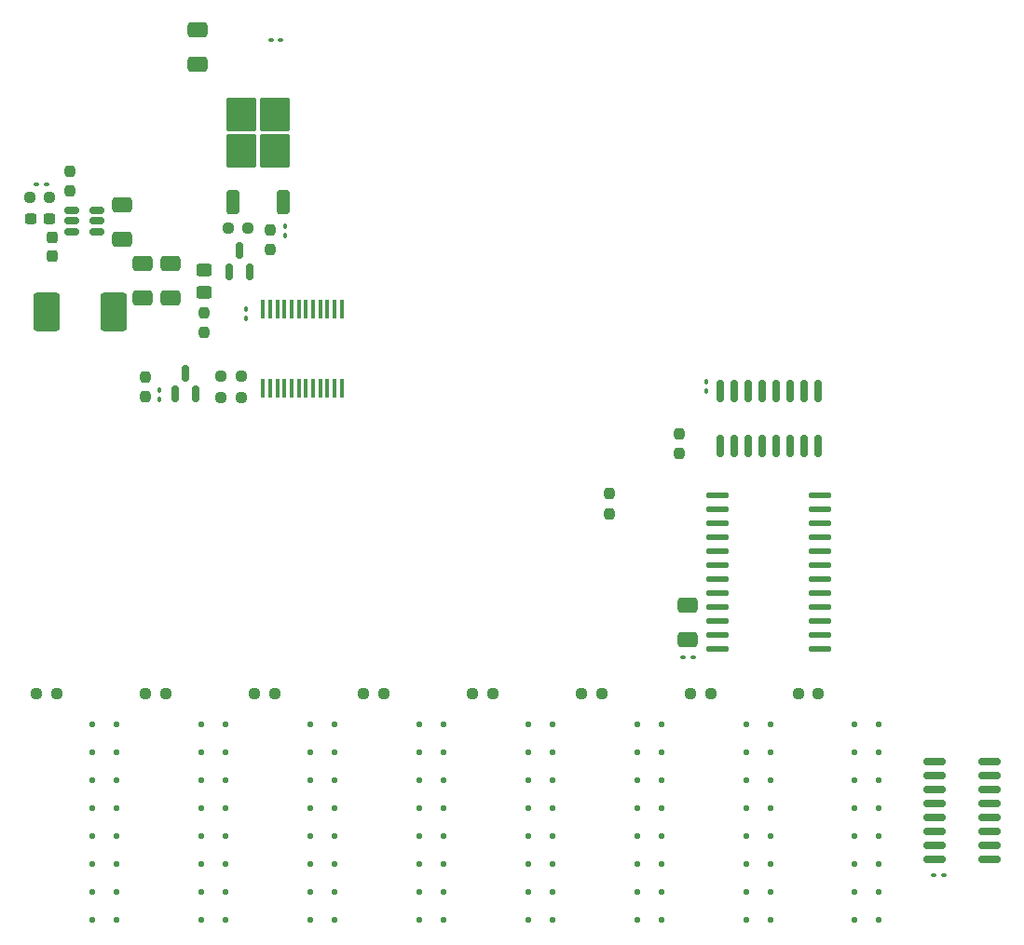
<source format=gtp>
%TF.GenerationSoftware,KiCad,Pcbnew,8.0.8*%
%TF.CreationDate,2025-03-14T22:40:07-03:00*%
%TF.ProjectId,pi_controller,70695f63-6f6e-4747-926f-6c6c65722e6b,1.0*%
%TF.SameCoordinates,Original*%
%TF.FileFunction,Paste,Top*%
%TF.FilePolarity,Positive*%
%FSLAX46Y46*%
G04 Gerber Fmt 4.6, Leading zero omitted, Abs format (unit mm)*
G04 Created by KiCad (PCBNEW 8.0.8) date 2025-03-14 22:40:07*
%MOMM*%
%LPD*%
G01*
G04 APERTURE LIST*
G04 Aperture macros list*
%AMRoundRect*
0 Rectangle with rounded corners*
0 $1 Rounding radius*
0 $2 $3 $4 $5 $6 $7 $8 $9 X,Y pos of 4 corners*
0 Add a 4 corners polygon primitive as box body*
4,1,4,$2,$3,$4,$5,$6,$7,$8,$9,$2,$3,0*
0 Add four circle primitives for the rounded corners*
1,1,$1+$1,$2,$3*
1,1,$1+$1,$4,$5*
1,1,$1+$1,$6,$7*
1,1,$1+$1,$8,$9*
0 Add four rect primitives between the rounded corners*
20,1,$1+$1,$2,$3,$4,$5,0*
20,1,$1+$1,$4,$5,$6,$7,0*
20,1,$1+$1,$6,$7,$8,$9,0*
20,1,$1+$1,$8,$9,$2,$3,0*%
G04 Aperture macros list end*
%ADD10RoundRect,0.250000X0.650000X-0.412500X0.650000X0.412500X-0.650000X0.412500X-0.650000X-0.412500X0*%
%ADD11RoundRect,0.237500X0.250000X0.237500X-0.250000X0.237500X-0.250000X-0.237500X0.250000X-0.237500X0*%
%ADD12RoundRect,0.250000X-0.650000X0.412500X-0.650000X-0.412500X0.650000X-0.412500X0.650000X0.412500X0*%
%ADD13RoundRect,0.125000X0.125000X0.125000X-0.125000X0.125000X-0.125000X-0.125000X0.125000X-0.125000X0*%
%ADD14RoundRect,0.237500X-0.237500X0.250000X-0.237500X-0.250000X0.237500X-0.250000X0.237500X0.250000X0*%
%ADD15RoundRect,0.250000X-0.925000X-1.500000X0.925000X-1.500000X0.925000X1.500000X-0.925000X1.500000X0*%
%ADD16RoundRect,0.090000X-0.090000X0.139000X-0.090000X-0.139000X0.090000X-0.139000X0.090000X0.139000X0*%
%ADD17RoundRect,0.090000X0.090000X-0.139000X0.090000X0.139000X-0.090000X0.139000X-0.090000X-0.139000X0*%
%ADD18RoundRect,0.150000X0.512500X0.150000X-0.512500X0.150000X-0.512500X-0.150000X0.512500X-0.150000X0*%
%ADD19RoundRect,0.150000X0.150000X-0.825000X0.150000X0.825000X-0.150000X0.825000X-0.150000X-0.825000X0*%
%ADD20RoundRect,0.090000X-0.139000X-0.090000X0.139000X-0.090000X0.139000X0.090000X-0.139000X0.090000X0*%
%ADD21RoundRect,0.250000X0.350000X-0.850000X0.350000X0.850000X-0.350000X0.850000X-0.350000X-0.850000X0*%
%ADD22RoundRect,0.250000X1.125000X-1.275000X1.125000X1.275000X-1.125000X1.275000X-1.125000X-1.275000X0*%
%ADD23RoundRect,0.237500X0.237500X-0.250000X0.237500X0.250000X-0.237500X0.250000X-0.237500X-0.250000X0*%
%ADD24RoundRect,0.250000X-0.450000X0.325000X-0.450000X-0.325000X0.450000X-0.325000X0.450000X0.325000X0*%
%ADD25R,0.450000X1.750000*%
%ADD26RoundRect,0.150000X0.150000X-0.587500X0.150000X0.587500X-0.150000X0.587500X-0.150000X-0.587500X0*%
%ADD27RoundRect,0.137500X-0.862500X-0.137500X0.862500X-0.137500X0.862500X0.137500X-0.862500X0.137500X0*%
%ADD28RoundRect,0.237500X-0.250000X-0.237500X0.250000X-0.237500X0.250000X0.237500X-0.250000X0.237500X0*%
%ADD29RoundRect,0.237500X-0.300000X-0.237500X0.300000X-0.237500X0.300000X0.237500X-0.300000X0.237500X0*%
%ADD30RoundRect,0.237500X-0.237500X0.300000X-0.237500X-0.300000X0.237500X-0.300000X0.237500X0.300000X0*%
%ADD31RoundRect,0.150000X0.825000X0.150000X-0.825000X0.150000X-0.825000X-0.150000X0.825000X-0.150000X0*%
%ADD32RoundRect,0.090000X0.139000X0.090000X-0.139000X0.090000X-0.139000X-0.090000X0.139000X-0.090000X0*%
G04 APERTURE END LIST*
D10*
%TO.C,C15*%
X106045000Y-62903500D03*
X106045000Y-59778500D03*
%TD*%
%TO.C,C10*%
X150622000Y-115227500D03*
X150622000Y-112102500D03*
%TD*%
D11*
%TO.C,R9*%
X93265000Y-120142000D03*
X91440000Y-120142000D03*
%TD*%
D12*
%TO.C,C2*%
X103639244Y-81072946D03*
X103639244Y-84197946D03*
%TD*%
D13*
%TO.C,D42*%
X148245000Y-133096000D03*
X146045000Y-133096000D03*
%TD*%
%TO.C,D23*%
X128438000Y-130540210D03*
X126238000Y-130540210D03*
%TD*%
D11*
%TO.C,R10*%
X113077000Y-120142000D03*
X111252000Y-120142000D03*
%TD*%
D13*
%TO.C,D58*%
X98715000Y-140716000D03*
X96515000Y-140716000D03*
%TD*%
%TO.C,D31*%
X128438000Y-138160210D03*
X126238000Y-138160210D03*
%TD*%
%TO.C,D59*%
X108626000Y-140716000D03*
X106426000Y-140716000D03*
%TD*%
D11*
%TO.C,R12*%
X122983000Y-120126210D03*
X121158000Y-120126210D03*
%TD*%
D14*
%TO.C,R4*%
X106680000Y-85515500D03*
X106680000Y-87340500D03*
%TD*%
D11*
%TO.C,R5*%
X110029000Y-91313000D03*
X108204000Y-91313000D03*
%TD*%
D13*
%TO.C,D10*%
X108626000Y-133096000D03*
X106426000Y-133096000D03*
%TD*%
%TO.C,D35*%
X118527000Y-122936000D03*
X116327000Y-122936000D03*
%TD*%
%TO.C,D3*%
X98715000Y-122936000D03*
X96515000Y-122936000D03*
%TD*%
%TO.C,D52*%
X167968000Y-125476000D03*
X165768000Y-125476000D03*
%TD*%
D11*
%TO.C,R2*%
X92633344Y-75063384D03*
X90808344Y-75063384D03*
%TD*%
D13*
%TO.C,D13*%
X108626000Y-138176000D03*
X106426000Y-138176000D03*
%TD*%
%TO.C,D41*%
X148245000Y-135636000D03*
X146045000Y-135636000D03*
%TD*%
D10*
%TO.C,C4*%
X99187000Y-78803123D03*
X99187000Y-75678123D03*
%TD*%
D13*
%TO.C,D22*%
X138334000Y-130556000D03*
X136134000Y-130556000D03*
%TD*%
D15*
%TO.C,L1*%
X92352000Y-85471000D03*
X98402000Y-85471000D03*
%TD*%
D13*
%TO.C,D32*%
X118532000Y-133096000D03*
X116332000Y-133096000D03*
%TD*%
%TO.C,D26*%
X118532000Y-128016000D03*
X116332000Y-128016000D03*
%TD*%
%TO.C,D40*%
X148245000Y-138176000D03*
X146045000Y-138176000D03*
%TD*%
D11*
%TO.C,R3*%
X110640500Y-77851000D03*
X108815500Y-77851000D03*
%TD*%
D12*
%TO.C,C3*%
X101092000Y-81076000D03*
X101092000Y-84201000D03*
%TD*%
D13*
%TO.C,D2*%
X98715000Y-135636000D03*
X96515000Y-135636000D03*
%TD*%
%TO.C,D16*%
X128438000Y-122920210D03*
X126238000Y-122920210D03*
%TD*%
D16*
%TO.C,C1*%
X110490000Y-85158000D03*
X110490000Y-86023000D03*
%TD*%
D14*
%TO.C,R1*%
X94424338Y-72627127D03*
X94424338Y-74452127D03*
%TD*%
D13*
%TO.C,D60*%
X118532000Y-140716000D03*
X116332000Y-140716000D03*
%TD*%
%TO.C,D65*%
X167968000Y-140716000D03*
X165768000Y-140716000D03*
%TD*%
D11*
%TO.C,R11*%
X103171000Y-120142000D03*
X101346000Y-120142000D03*
%TD*%
D13*
%TO.C,D46*%
X148245163Y-122936000D03*
X146045163Y-122936000D03*
%TD*%
%TO.C,D44*%
X148245000Y-128016000D03*
X146045000Y-128016000D03*
%TD*%
D17*
%TO.C,C8*%
X102616000Y-93393500D03*
X102616000Y-92528500D03*
%TD*%
D13*
%TO.C,D17*%
X138334000Y-125476000D03*
X136134000Y-125476000D03*
%TD*%
D14*
%TO.C,R7*%
X143510000Y-103782500D03*
X143510000Y-101957500D03*
%TD*%
D13*
%TO.C,D34*%
X118532000Y-130556000D03*
X116332000Y-130556000D03*
%TD*%
D18*
%TO.C,U1*%
X96890000Y-78122011D03*
X96890000Y-77172011D03*
X96890000Y-76222011D03*
X94615000Y-76222011D03*
X94615000Y-77172011D03*
X94615000Y-78122011D03*
%TD*%
D19*
%TO.C,U5*%
X153543000Y-97598000D03*
X154813000Y-97598000D03*
X156083000Y-97598000D03*
X157353000Y-97598000D03*
X158623000Y-97598000D03*
X159893000Y-97598000D03*
X161163000Y-97598000D03*
X162433000Y-97598000D03*
X162433000Y-92648000D03*
X161163000Y-92648000D03*
X159893000Y-92648000D03*
X158623000Y-92648000D03*
X157353000Y-92648000D03*
X156083000Y-92648000D03*
X154813000Y-92648000D03*
X153543000Y-92648000D03*
%TD*%
D17*
%TO.C,C14*%
X114046000Y-78537500D03*
X114046000Y-77672500D03*
%TD*%
D13*
%TO.C,D6*%
X108626000Y-128016000D03*
X106426000Y-128016000D03*
%TD*%
%TO.C,D19*%
X138334000Y-122936000D03*
X136134000Y-122936000D03*
%TD*%
%TO.C,D48*%
X158151000Y-138176000D03*
X155951000Y-138176000D03*
%TD*%
%TO.C,D21*%
X128438000Y-128000210D03*
X126238000Y-128000210D03*
%TD*%
D20*
%TO.C,C12*%
X172974000Y-136652000D03*
X173839000Y-136652000D03*
%TD*%
D13*
%TO.C,D8*%
X108626000Y-130556000D03*
X106426000Y-130556000D03*
%TD*%
D14*
%TO.C,R6*%
X101346000Y-91338000D03*
X101346000Y-93163000D03*
%TD*%
D13*
%TO.C,D12*%
X98715000Y-138176000D03*
X96515000Y-138176000D03*
%TD*%
%TO.C,D28*%
X128438000Y-135620210D03*
X126238000Y-135620210D03*
%TD*%
%TO.C,D24*%
X138334000Y-133096000D03*
X136134000Y-133096000D03*
%TD*%
%TO.C,D11*%
X98715000Y-133096000D03*
X96515000Y-133096000D03*
%TD*%
%TO.C,D18*%
X128438000Y-125460210D03*
X126238000Y-125460210D03*
%TD*%
%TO.C,D15*%
X108626000Y-125476000D03*
X106426000Y-125476000D03*
%TD*%
D21*
%TO.C,Q1*%
X109298500Y-75447000D03*
D22*
X110053500Y-70822000D03*
X113103500Y-70822000D03*
X110053500Y-67472000D03*
X113103500Y-67472000D03*
D21*
X113858500Y-75447000D03*
%TD*%
D13*
%TO.C,D54*%
X167968000Y-122936000D03*
X165768000Y-122936000D03*
%TD*%
%TO.C,D43*%
X148245000Y-130556000D03*
X146045000Y-130556000D03*
%TD*%
%TO.C,D4*%
X108626000Y-122936000D03*
X106426000Y-122936000D03*
%TD*%
D11*
%TO.C,R16*%
X142795000Y-120142000D03*
X140970000Y-120142000D03*
%TD*%
D13*
%TO.C,D47*%
X158151000Y-122936000D03*
X155951000Y-122936000D03*
%TD*%
%TO.C,D63*%
X158151000Y-140716000D03*
X155951000Y-140716000D03*
%TD*%
%TO.C,D45*%
X148245000Y-125476000D03*
X146045000Y-125476000D03*
%TD*%
%TO.C,D50*%
X158151000Y-135636000D03*
X155951000Y-135636000D03*
%TD*%
D23*
%TO.C,R8*%
X149860000Y-98345000D03*
X149860000Y-96520000D03*
%TD*%
D11*
%TO.C,R13*%
X132889000Y-120142000D03*
X131064000Y-120142000D03*
%TD*%
D13*
%TO.C,D39*%
X158151000Y-130556000D03*
X155951000Y-130556000D03*
%TD*%
D11*
%TO.C,R14*%
X152701000Y-120142000D03*
X150876000Y-120142000D03*
%TD*%
D13*
%TO.C,D51*%
X167968000Y-130556000D03*
X165768000Y-130556000D03*
%TD*%
%TO.C,D33*%
X118532000Y-135636000D03*
X116332000Y-135636000D03*
%TD*%
%TO.C,D55*%
X167968000Y-133096000D03*
X165768000Y-133096000D03*
%TD*%
%TO.C,D29*%
X118532000Y-125476000D03*
X116332000Y-125476000D03*
%TD*%
%TO.C,D7*%
X98715000Y-128016000D03*
X96515000Y-128016000D03*
%TD*%
%TO.C,D38*%
X158151000Y-133096000D03*
X155951000Y-133096000D03*
%TD*%
D24*
%TO.C,D1*%
X106680000Y-81593000D03*
X106680000Y-83643000D03*
%TD*%
D25*
%TO.C,U2*%
X111995000Y-92373000D03*
X112645000Y-92373000D03*
X113295000Y-92373000D03*
X113945000Y-92373000D03*
X114595000Y-92373000D03*
X115245000Y-92373000D03*
X115895000Y-92373000D03*
X116545000Y-92373000D03*
X117195000Y-92373000D03*
X117845000Y-92373000D03*
X118495000Y-92373000D03*
X119145000Y-92373000D03*
X119145000Y-85173000D03*
X118495000Y-85173000D03*
X117845000Y-85173000D03*
X117195000Y-85173000D03*
X116545000Y-85173000D03*
X115895000Y-85173000D03*
X115245000Y-85173000D03*
X114595000Y-85173000D03*
X113945000Y-85173000D03*
X113295000Y-85173000D03*
X112645000Y-85173000D03*
X111995000Y-85173000D03*
%TD*%
D26*
%TO.C,Q2*%
X108905000Y-81758000D03*
X110805000Y-81758000D03*
X109855000Y-79883000D03*
%TD*%
D14*
%TO.C,R18*%
X112649000Y-77954500D03*
X112649000Y-79779500D03*
%TD*%
D27*
%TO.C,U6*%
X153338000Y-102108000D03*
X153338000Y-103378000D03*
X153338000Y-104648000D03*
X153338000Y-105918000D03*
X153338000Y-107188000D03*
X153338000Y-108458000D03*
X153338000Y-109728000D03*
X153338000Y-110998000D03*
X153338000Y-112268000D03*
X153338000Y-113538000D03*
X153338000Y-114808000D03*
X153338000Y-116078000D03*
X162638000Y-116078000D03*
X162638000Y-114808000D03*
X162638000Y-113538000D03*
X162638000Y-112268000D03*
X162638000Y-110998000D03*
X162638000Y-109728000D03*
X162638000Y-108458000D03*
X162638000Y-107188000D03*
X162638000Y-105918000D03*
X162638000Y-104648000D03*
X162638000Y-103378000D03*
X162638000Y-102108000D03*
%TD*%
D13*
%TO.C,D37*%
X158151000Y-125476000D03*
X155951000Y-125476000D03*
%TD*%
D28*
%TO.C,R17*%
X108180500Y-93218000D03*
X110005500Y-93218000D03*
%TD*%
D13*
%TO.C,D25*%
X128438000Y-133080210D03*
X126238000Y-133080210D03*
%TD*%
D29*
%TO.C,C5*%
X90858344Y-76946854D03*
X92583344Y-76946854D03*
%TD*%
D13*
%TO.C,D20*%
X138334000Y-128016000D03*
X136134000Y-128016000D03*
%TD*%
D26*
%TO.C,U3*%
X104018000Y-92885500D03*
X105918000Y-92885500D03*
X104968000Y-91010500D03*
%TD*%
D17*
%TO.C,C9*%
X152273000Y-92634500D03*
X152273000Y-91769500D03*
%TD*%
D13*
%TO.C,D64*%
X148245000Y-140716000D03*
X146045000Y-140716000D03*
%TD*%
%TO.C,D9*%
X98715000Y-130556000D03*
X96515000Y-130556000D03*
%TD*%
%TO.C,D57*%
X167968000Y-135636000D03*
X165768000Y-135636000D03*
%TD*%
%TO.C,D49*%
X158151000Y-128016000D03*
X155951000Y-128016000D03*
%TD*%
%TO.C,D5*%
X98715000Y-125476000D03*
X96515000Y-125476000D03*
%TD*%
D30*
%TO.C,C6*%
X92837000Y-78639500D03*
X92837000Y-80364500D03*
%TD*%
D13*
%TO.C,D36*%
X118532000Y-138176000D03*
X116332000Y-138176000D03*
%TD*%
%TO.C,D14*%
X108626000Y-135636000D03*
X106426000Y-135636000D03*
%TD*%
D31*
%TO.C,U7*%
X177989000Y-135255000D03*
X177989000Y-133985000D03*
X177989000Y-132715000D03*
X177989000Y-131445000D03*
X177989000Y-130175000D03*
X177989000Y-128905000D03*
X177989000Y-127635000D03*
X177989000Y-126365000D03*
X173039000Y-126365000D03*
X173039000Y-127635000D03*
X173039000Y-128905000D03*
X173039000Y-130175000D03*
X173039000Y-131445000D03*
X173039000Y-132715000D03*
X173039000Y-133985000D03*
X173039000Y-135255000D03*
%TD*%
D32*
%TO.C,C7*%
X92306000Y-73852011D03*
X91441000Y-73852011D03*
%TD*%
D13*
%TO.C,D61*%
X138334000Y-140716000D03*
X136134000Y-140716000D03*
%TD*%
%TO.C,D53*%
X167968000Y-128016000D03*
X165768000Y-128016000D03*
%TD*%
D32*
%TO.C,C11*%
X151054500Y-116840000D03*
X150189500Y-116840000D03*
%TD*%
D13*
%TO.C,D62*%
X128438000Y-140700210D03*
X126238000Y-140700210D03*
%TD*%
D11*
%TO.C,R15*%
X162480000Y-120142000D03*
X160655000Y-120142000D03*
%TD*%
D13*
%TO.C,D56*%
X167968000Y-138176000D03*
X165768000Y-138176000D03*
%TD*%
D20*
%TO.C,C13*%
X113589500Y-60706000D03*
X112724500Y-60706000D03*
%TD*%
D13*
%TO.C,D30*%
X138334000Y-138176000D03*
X136134000Y-138176000D03*
%TD*%
%TO.C,D27*%
X138334000Y-135636000D03*
X136134000Y-135636000D03*
%TD*%
M02*

</source>
